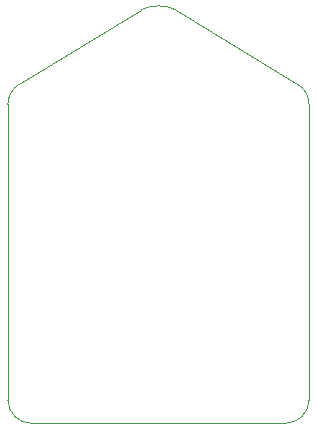
<source format=gbr>
%TF.GenerationSoftware,KiCad,Pcbnew,(5.99.0-11748-g24a41559ca)*%
%TF.CreationDate,2021-08-27T16:42:58+03:00*%
%TF.ProjectId,Flux Condenser,466c7578-2043-46f6-9e64-656e7365722e,3A*%
%TF.SameCoordinates,PX7bfa480PY6bc3e40*%
%TF.FileFunction,Profile,NP*%
%FSLAX46Y46*%
G04 Gerber Fmt 4.6, Leading zero omitted, Abs format (unit mm)*
G04 Created by KiCad (PCBNEW (5.99.0-11748-g24a41559ca)) date 2021-08-27 16:42:58*
%MOMM*%
%LPD*%
G01*
G04 APERTURE LIST*
%TA.AperFunction,Profile*%
%ADD10C,0.050000*%
%TD*%
G04 APERTURE END LIST*
D10*
X0Y2000000D02*
X0Y27000000D01*
X25500000Y2000000D02*
G75*
G02*
X23500000Y0I-2000000J0D01*
G01*
X11250000Y34999999D02*
X985960Y28723868D01*
X24514040Y28723868D02*
X14249999Y34999999D01*
X11250000Y34999999D02*
G75*
G02*
X14249999Y34999999I1500000J-2999999D01*
G01*
X985960Y28723868D02*
G75*
G03*
X0Y27000000I1014040J-1723868D01*
G01*
X25500000Y27000000D02*
X25500000Y2000000D01*
X2000000Y0D02*
G75*
G02*
X0Y2000000I0J2000000D01*
G01*
X2000000Y0D02*
X23500000Y0D01*
X24514040Y28723868D02*
G75*
G02*
X25500000Y27000000I-1014040J-1723868D01*
G01*
M02*

</source>
